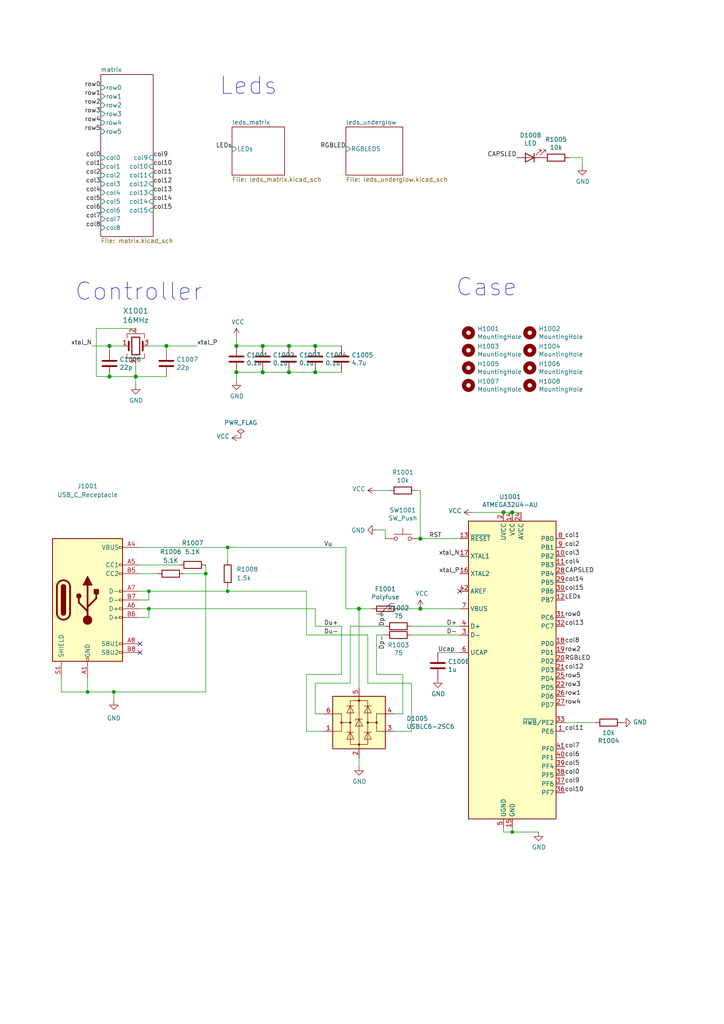
<source format=kicad_sch>
(kicad_sch (version 20211123) (generator eeschema)
  (paper "A4" portrait)
  (title_block (title "ValKey") (date "2019-08-16") (rev "0.2"))
  (lib_symbols
    (symbol "Connector:USB_C_Receptacle_USB2.0" (pin_names (offset 1.016))
      (property "Reference" "J" (at -10.16 19.05 0))
      (property "Value" "USB_C_Receptacle_USB2.0" (at 19.05 19.05 0))
      (symbol "USB_C_Receptacle_USB2.0_0_0"
        (rectangle (start -0.254 -17.78) (end 0.254 -16.764))
        (rectangle (start 10.16 -14.986) (end 9.144 -15.494))
        (rectangle (start 10.16 -12.446) (end 9.144 -12.954))
        (rectangle (start 10.16 -4.826) (end 9.144 -5.334))
        (rectangle (start 10.16 -2.286) (end 9.144 -2.794))
        (rectangle (start 10.16 0.254) (end 9.144 -0.254))
        (rectangle (start 10.16 2.794) (end 9.144 2.286))
        (rectangle (start 10.16 7.874) (end 9.144 7.366))
        (rectangle (start 10.16 10.414) (end 9.144 9.906))
        (rectangle (start 10.16 15.494) (end 9.144 14.986))
      )
      (symbol "USB_C_Receptacle_USB2.0_0_1"
        (rectangle (start -10.16 17.78) (end 10.16 -17.78) (stroke (width 0.254)) (fill (type background)))
        (arc (start -8.89 -3.81) (mid -6.985 -5.715) (end -5.08 -3.81) (stroke (width 0.508)))
        (arc (start -7.62 -3.81) (mid -6.985 -4.445) (end -6.35 -3.81) (stroke (width 0.254)))
        (arc (start -7.62 -3.81) (mid -6.985 -4.445) (end -6.35 -3.81) (stroke (width 0.254)) (fill (type outline)))
        (rectangle (start -7.62 -3.81) (end -6.35 3.81) (stroke (width 0.254)) (fill (type outline)))
        (arc (start -6.35 3.81) (mid -6.985 4.445) (end -7.62 3.81) (stroke (width 0.254)))
        (arc (start -6.35 3.81) (mid -6.985 4.445) (end -7.62 3.81) (stroke (width 0.254)) (fill (type outline)))
        (arc (start -5.08 3.81) (mid -6.985 5.715) (end -8.89 3.81) (stroke (width 0.508)))
        (circle (center -2.54 1.143) (radius 0.635) (stroke (width 0.254)) (fill (type outline)))
        (circle (center 0 -5.842) (radius 1.27) (fill (type outline)))
        (polyline (pts (xy -8.89 -3.81) (xy -8.89 3.81)) (stroke (width 0.508)))
        (polyline (pts (xy -5.08 3.81) (xy -5.08 -3.81)) (stroke (width 0.508)))
        (polyline (pts (xy 0 -5.842) (xy 0 4.318)) (stroke (width 0.508)))
        (polyline (pts (xy 0 -3.302) (xy -2.54 -0.762) (xy -2.54 0.508)) (stroke (width 0.508)))
        (polyline (pts (xy 0 -2.032) (xy 2.54 0.508) (xy 2.54 1.778)) (stroke (width 0.508)))
        (polyline (pts (xy -1.27 4.318) (xy 0 6.858) (xy 1.27 4.318) (xy -1.27 4.318)) (stroke (width 0.254)) (fill (type outline)))
        (rectangle (start 1.905 1.778) (end 3.175 3.048) (stroke (width 0.254)) (fill (type outline)))
      )
      (symbol "USB_C_Receptacle_USB2.0_1_1"
        (pin passive line (at 0 -22.86 90) (length 5.08) (name "GND") (number "A1"))
        (pin passive line (at 0 -22.86 90) (length 5.08) hide (name "GND") (number "A12"))
        (pin passive line (at 15.24 15.24 180) (length 5.08) (name "VBUS") (number "A4"))
        (pin bidirectional line (at 15.24 10.16 180) (length 5.08) (name "CC1") (number "A5"))
        (pin bidirectional line (at 15.24 -2.54 180) (length 5.08) (name "D+") (number "A6"))
        (pin bidirectional line (at 15.24 2.54 180) (length 5.08) (name "D-") (number "A7"))
        (pin bidirectional line (at 15.24 -12.7 180) (length 5.08) (name "SBU1") (number "A8"))
        (pin passive line (at 15.24 15.24 180) (length 5.08) hide (name "VBUS") (number "A9"))
        (pin passive line (at 0 -22.86 90) (length 5.08) hide (name "GND") (number "B1"))
        (pin passive line (at 0 -22.86 90) (length 5.08) hide (name "GND") (number "B12"))
        (pin passive line (at 15.24 15.24 180) (length 5.08) hide (name "VBUS") (number "B4"))
        (pin bidirectional line (at 15.24 7.62 180) (length 5.08) (name "CC2") (number "B5"))
        (pin bidirectional line (at 15.24 -5.08 180) (length 5.08) (name "D+") (number "B6"))
        (pin bidirectional line (at 15.24 0 180) (length 5.08) (name "D-") (number "B7"))
        (pin bidirectional line (at 15.24 -15.24 180) (length 5.08) (name "SBU2") (number "B8"))
        (pin passive line (at 15.24 15.24 180) (length 5.08) hide (name "VBUS") (number "B9"))
        (pin passive line (at -7.62 -22.86 90) (length 5.08) (name "SHIELD") (number "S1"))
      )
    )
    (symbol "Device:C" (pin_numbers hide) (pin_names (offset 0.254))
      (property "Reference" "C" (at 0.635 2.54 0))
      (property "Value" "C" (at 0.635 -2.54 0))
      (symbol "C_0_1"
        (polyline (pts (xy -2.032 -0.762) (xy 2.032 -0.762)) (stroke (width 0.508)))
        (polyline (pts (xy -2.032 0.762) (xy 2.032 0.762)) (stroke (width 0.508)))
      )
      (symbol "C_1_1"
        (pin passive line (at 0 3.81 270) (length 2.794) (name "~") (number "1"))
        (pin passive line (at 0 -3.81 90) (length 2.794) (name "~") (number "2"))
      )
    )
    (symbol "Device:Crystal_GND24" (pin_names (offset 1.016) hide)
      (property "Reference" "Y" (at 3.175 5.08 0))
      (property "Value" "Crystal_GND24" (at 3.175 3.175 0))
      (symbol "Crystal_GND24_0_1"
        (rectangle (start -1.143 2.54) (end 1.143 -2.54) (stroke (width 0.3048)))
        (polyline (pts (xy -2.54 0) (xy -2.032 0)))
        (polyline (pts (xy -2.032 -1.27) (xy -2.032 1.27)) (stroke (width 0.508)))
        (polyline (pts (xy 0 -3.81) (xy 0 -3.556)))
        (polyline (pts (xy 0 3.556) (xy 0 3.81)))
        (polyline (pts (xy 2.032 -1.27) (xy 2.032 1.27)) (stroke (width 0.508)))
        (polyline (pts (xy 2.032 0) (xy 2.54 0)))
        (polyline (pts (xy -2.54 -2.286) (xy -2.54 -3.556) (xy 2.54 -3.556) (xy 2.54 -2.286)))
        (polyline (pts (xy -2.54 2.286) (xy -2.54 3.556) (xy 2.54 3.556) (xy 2.54 2.286)))
      )
      (symbol "Crystal_GND24_1_1"
        (pin passive line (at -3.81 0 0) (length 1.27) (name "1") (number "1"))
        (pin passive line (at 0 5.08 270) (length 1.27) (name "2") (number "2"))
        (pin passive line (at 3.81 0 180) (length 1.27) (name "3") (number "3"))
        (pin passive line (at 0 -5.08 90) (length 1.27) (name "4") (number "4"))
      )
    )
    (symbol "Device:LED" (pin_numbers hide) (pin_names (offset 1.016) hide)
      (property "Reference" "D" (at 0 2.54 0))
      (property "Value" "LED" (at 0 -2.54 0))
      (symbol "LED_0_1"
        (polyline (pts (xy -1.27 -1.27) (xy -1.27 1.27)) (stroke (width 0.254)))
        (polyline (pts (xy -1.27 0) (xy 1.27 0)))
        (polyline (pts (xy 1.27 -1.27) (xy 1.27 1.27) (xy -1.27 0) (xy 1.27 -1.27)) (stroke (width 0.254)))
        (polyline (pts (xy -3.048 -0.762) (xy -4.572 -2.286) (xy -3.81 -2.286) (xy -4.572 -2.286) (xy -4.572 -1.524)))
        (polyline (pts (xy -1.778 -0.762) (xy -3.302 -2.286) (xy -2.54 -2.286) (xy -3.302 -2.286) (xy -3.302 -1.524)))
      )
      (symbol "LED_1_1"
        (pin passive line (at -3.81 0 0) (length 2.54) (name "K") (number "1"))
        (pin passive line (at 3.81 0 180) (length 2.54) (name "A") (number "2"))
      )
    )
    (symbol "Device:Polyfuse" (pin_numbers hide) (pin_names (offset 0))
      (property "Reference" "F" (at -2.54 0 90))
      (property "Value" "Polyfuse" (at 2.54 0 90))
      (symbol "Polyfuse_0_1"
        (rectangle (start -0.762 2.54) (end 0.762 -2.54) (stroke (width 0.254)))
        (polyline (pts (xy 0 2.54) (xy 0 -2.54)))
        (polyline (pts (xy -1.524 2.54) (xy -1.524 1.524) (xy 1.524 -1.524) (xy 1.524 -2.54)))
      )
      (symbol "Polyfuse_1_1"
        (pin passive line (at 0 3.81 270) (length 1.27) (name "~") (number "1"))
        (pin passive line (at 0 -3.81 90) (length 1.27) (name "~") (number "2"))
      )
    )
    (symbol "Device:R" (pin_numbers hide) (pin_names (offset 0))
      (property "Reference" "R" (at 2.032 0 90))
      (property "Value" "R" (at 0 0 90))
      (symbol "R_0_1"
        (rectangle (start -1.016 -2.54) (end 1.016 2.54) (stroke (width 0.254)))
      )
      (symbol "R_1_1"
        (pin passive line (at 0 3.81 270) (length 1.27) (name "~") (number "1"))
        (pin passive line (at 0 -3.81 90) (length 1.27) (name "~") (number "2"))
      )
    )
    (symbol "MCU_Microchip_ATmega:ATmega32U4-A"
      (property "Reference" "U" (at -12.7 44.45 0))
      (property "Value" "ATmega32U4-A" (at 2.54 -44.45 0))
      (symbol "ATmega32U4-A_0_1"
        (rectangle (start -12.7 -43.18) (end 12.7 43.18) (stroke (width 0.254)) (fill (type background)))
      )
      (symbol "ATmega32U4-A_1_1"
        (pin bidirectional line (at 15.24 -17.78 180) (length 2.54) (name "PE6") (number "1"))
        (pin bidirectional line (at 15.24 33.02 180) (length 2.54) (name "PB2") (number "10"))
        (pin bidirectional line (at 15.24 30.48 180) (length 2.54) (name "PB3") (number "11"))
        (pin bidirectional line (at 15.24 20.32 180) (length 2.54) (name "PB7") (number "12"))
        (pin input line (at -15.24 38.1 0) (length 2.54) (name "~{RESET}") (number "13"))
        (pin power_in line (at 0 45.72 270) (length 2.54) (name "VCC") (number "14"))
        (pin power_in line (at 0 -45.72 90) (length 2.54) (name "GND") (number "15"))
        (pin output line (at -15.24 27.94 0) (length 2.54) (name "XTAL2") (number "16"))
        (pin input line (at -15.24 33.02 0) (length 2.54) (name "XTAL1") (number "17"))
        (pin bidirectional line (at 15.24 7.62 180) (length 2.54) (name "PD0") (number "18"))
        (pin bidirectional line (at 15.24 5.08 180) (length 2.54) (name "PD1") (number "19"))
        (pin power_in line (at -2.54 45.72 270) (length 2.54) (name "UVCC") (number "2"))
        (pin bidirectional line (at 15.24 2.54 180) (length 2.54) (name "PD2") (number "20"))
        (pin bidirectional line (at 15.24 0 180) (length 2.54) (name "PD3") (number "21"))
        (pin bidirectional line (at 15.24 -5.08 180) (length 2.54) (name "PD5") (number "22"))
        (pin passive line (at 0 -45.72 90) (length 2.54) hide (name "GND") (number "23"))
        (pin power_in line (at 2.54 45.72 270) (length 2.54) (name "AVCC") (number "24"))
        (pin bidirectional line (at 15.24 -2.54 180) (length 2.54) (name "PD4") (number "25"))
        (pin bidirectional line (at 15.24 -7.62 180) (length 2.54) (name "PD6") (number "26"))
        (pin bidirectional line (at 15.24 -10.16 180) (length 2.54) (name "PD7") (number "27"))
        (pin bidirectional line (at 15.24 27.94 180) (length 2.54) (name "PB4") (number "28"))
        (pin bidirectional line (at 15.24 25.4 180) (length 2.54) (name "PB5") (number "29"))
        (pin bidirectional line (at -15.24 10.16 0) (length 2.54) (name "D-") (number "3"))
        (pin bidirectional line (at 15.24 22.86 180) (length 2.54) (name "PB6") (number "30"))
        (pin bidirectional line (at 15.24 15.24 180) (length 2.54) (name "PC6") (number "31"))
        (pin bidirectional line (at 15.24 12.7 180) (length 2.54) (name "PC7") (number "32"))
        (pin bidirectional line (at 15.24 -15.24 180) (length 2.54) (name "~{HWB}/PE2") (number "33"))
        (pin passive line (at 0 45.72 270) (length 2.54) hide (name "VCC") (number "34"))
        (pin passive line (at 0 -45.72 90) (length 2.54) hide (name "GND") (number "35"))
        (pin bidirectional line (at 15.24 -35.56 180) (length 2.54) (name "PF7") (number "36"))
        (pin bidirectional line (at 15.24 -33.02 180) (length 2.54) (name "PF6") (number "37"))
        (pin bidirectional line (at 15.24 -30.48 180) (length 2.54) (name "PF5") (number "38"))
        (pin bidirectional line (at 15.24 -27.94 180) (length 2.54) (name "PF4") (number "39"))
        (pin bidirectional line (at -15.24 12.7 0) (length 2.54) (name "D+") (number "4"))
        (pin bidirectional line (at 15.24 -25.4 180) (length 2.54) (name "PF1") (number "40"))
        (pin bidirectional line (at 15.24 -22.86 180) (length 2.54) (name "PF0") (number "41"))
        (pin passive line (at -15.24 22.86 0) (length 2.54) (name "AREF") (number "42"))
        (pin passive line (at 0 -45.72 90) (length 2.54) hide (name "GND") (number "43"))
        (pin passive line (at 2.54 45.72 270) (length 2.54) hide (name "AVCC") (number "44"))
        (pin passive line (at -2.54 -45.72 90) (length 2.54) (name "UGND") (number "5"))
        (pin passive line (at -15.24 5.08 0) (length 2.54) (name "UCAP") (number "6"))
        (pin input line (at -15.24 17.78 0) (length 2.54) (name "VBUS") (number "7"))
        (pin bidirectional line (at 15.24 38.1 180) (length 2.54) (name "PB0") (number "8"))
        (pin bidirectional line (at 15.24 35.56 180) (length 2.54) (name "PB1") (number "9"))
      )
    )
    (symbol "Mechanical:MountingHole" (pin_names (offset 1.016))
      (property "Reference" "H" (at 0 5.08 0))
      (property "Value" "MountingHole" (at 0 3.175 0))
      (symbol "MountingHole_0_1"
        (circle (center 0 0) (radius 1.27) (stroke (width 1.27)))
      )
    )
    (symbol "Power_Protection:USBLC6-2SC6" (pin_names hide)
      (property "Reference" "U" (at 2.54 8.89 0))
      (property "Value" "USBLC6-2SC6" (at 2.54 -8.89 0))
      (symbol "USBLC6-2SC6_0_1"
        (rectangle (start -7.62 -7.62) (end 7.62 7.62) (stroke (width 0.254)) (fill (type background)))
        (circle (center -5.08 0) (radius 0.254) (fill (type outline)))
        (circle (center -2.54 0) (radius 0.254) (fill (type outline)))
        (rectangle (start -2.54 6.35) (end 2.54 -6.35))
        (circle (center 0 -6.35) (radius 0.254) (fill (type outline)))
        (polyline (pts (xy -5.08 -2.54) (xy -7.62 -2.54)))
        (polyline (pts (xy -5.08 0) (xy -5.08 -2.54)))
        (polyline (pts (xy -5.08 2.54) (xy -7.62 2.54)))
        (polyline (pts (xy -1.524 -2.794) (xy -3.556 -2.794)))
        (polyline (pts (xy -1.524 4.826) (xy -3.556 4.826)))
        (polyline (pts (xy 0 -7.62) (xy 0 -6.35)))
        (polyline (pts (xy 0 -6.35) (xy 0 1.27)))
        (polyline (pts (xy 0 1.27) (xy 0 6.35)))
        (polyline (pts (xy 0 6.35) (xy 0 7.62)))
        (polyline (pts (xy 1.524 -2.794) (xy 3.556 -2.794)))
        (polyline (pts (xy 1.524 4.826) (xy 3.556 4.826)))
        (polyline (pts (xy 5.08 -2.54) (xy 7.62 -2.54)))
        (polyline (pts (xy 5.08 0) (xy 5.08 -2.54)))
        (polyline (pts (xy 5.08 2.54) (xy 7.62 2.54)))
        (polyline (pts (xy -2.54 0) (xy -5.08 0) (xy -5.08 2.54)))
        (polyline (pts (xy 2.54 0) (xy 5.08 0) (xy 5.08 2.54)))
        (polyline (pts (xy -3.556 -4.826) (xy -1.524 -4.826) (xy -2.54 -2.794) (xy -3.556 -4.826)))
        (polyline (pts (xy -3.556 2.794) (xy -1.524 2.794) (xy -2.54 4.826) (xy -3.556 2.794)))
        (polyline (pts (xy -1.016 -1.016) (xy 1.016 -1.016) (xy 0 1.016) (xy -1.016 -1.016)))
        (polyline (pts (xy 1.016 1.016) (xy 0.762 1.016) (xy -1.016 1.016) (xy -1.016 0.508)))
        (polyline (pts (xy 3.556 -4.826) (xy 1.524 -4.826) (xy 2.54 -2.794) (xy 3.556 -4.826)))
        (polyline (pts (xy 3.556 2.794) (xy 1.524 2.794) (xy 2.54 4.826) (xy 3.556 2.794)))
        (circle (center 0 6.35) (radius 0.254) (fill (type outline)))
        (circle (center 2.54 0) (radius 0.254) (fill (type outline)))
        (circle (center 5.08 0) (radius 0.254) (fill (type outline)))
      )
      (symbol "USBLC6-2SC6_1_1"
        (pin passive line (at -10.16 -2.54 0) (length 2.54) (name "I/O1") (number "1"))
        (pin passive line (at 0 -10.16 90) (length 2.54) (name "GND") (number "2"))
        (pin passive line (at 10.16 -2.54 180) (length 2.54) (name "I/O2") (number "3"))
        (pin passive line (at 10.16 2.54 180) (length 2.54) (name "I/O2") (number "4"))
        (pin passive line (at 0 10.16 270) (length 2.54) (name "VBUS") (number "5"))
        (pin passive line (at -10.16 2.54 0) (length 2.54) (name "I/O1") (number "6"))
      )
    )
    (symbol "Switch:SW_Push" (pin_numbers hide) (pin_names (offset 1.016) hide)
      (property "Reference" "SW" (at 1.27 2.54 0))
      (property "Value" "SW_Push" (at 0 -1.524 0))
      (symbol "SW_Push_0_1"
        (circle (center -2.032 0) (radius 0.508))
        (polyline (pts (xy 0 1.27) (xy 0 3.048)))
        (polyline (pts (xy 2.54 1.27) (xy -2.54 1.27)))
        (circle (center 2.032 0) (radius 0.508))
        (pin passive line (at -5.08 0 0) (length 2.54) (name "1") (number "1"))
        (pin passive line (at 5.08 0 180) (length 2.54) (name "2") (number "2"))
      )
    )
    (symbol "power:GND" (power) (pin_names (offset 0))
      (property "Value" "GND" (at 0 -3.81 0))
      (symbol "GND_0_1"
        (polyline (pts (xy 0 0) (xy 0 -1.27) (xy 1.27 -1.27) (xy 0 -2.54) (xy -1.27 -1.27) (xy 0 -1.27)))
      )
      (symbol "GND_1_1"
        (pin power_in line (at 0 0 270) (length 0) hide (name "GND") (number "1"))
      )
    )
    (symbol "power:PWR_FLAG" (power) (pin_numbers hide) (pin_names (offset 0) hide)
      (property "Value" "PWR_FLAG" (at 0 3.81 0))
      (symbol "PWR_FLAG_0_0"
        (pin power_out line (at 0 0 90) (length 0) (name "pwr") (number "1"))
      )
      (symbol "PWR_FLAG_0_1"
        (polyline (pts (xy 0 0) (xy 0 1.27) (xy -1.016 1.905) (xy 0 2.54) (xy 1.016 1.905) (xy 0 1.27)))
      )
    )
    (symbol "power:VCC" (power) (pin_names (offset 0))
      (property "Value" "VCC" (at 0 3.81 0))
      (symbol "VCC_0_1"
        (polyline (pts (xy -0.762 1.27) (xy 0 2.54)))
        (polyline (pts (xy 0 0) (xy 0 2.54)))
        (polyline (pts (xy 0 2.54) (xy 0.762 1.27)))
      )
      (symbol "VCC_1_1"
        (pin power_in line (at 0 0 90) (length 0) hide (name "VCC") (number "1"))
      )
    )
  )
  (junction (at 148.59 241.3))
  (junction (at 39.37 109.22) (diameter 1.016))
  (junction (at 146.05 148.59) (diameter 1.016))
  (junction (at 148.59 148.59) (diameter 1.016))
  (junction (at 66.04 158.75))
  (junction (at 76.2 107.95) (diameter 1.016))
  (junction (at 31.75 100.33) (diameter 1.016))
  (junction (at 43.18 171.45))
  (junction (at 59.69 166.37))
  (junction (at 83.82 107.95) (diameter 1.016))
  (junction (at 121.92 156.21) (diameter 1.016))
  (junction (at 83.82 100.33) (diameter 1.016))
  (junction (at 76.2 100.33) (diameter 1.016))
  (junction (at 91.44 107.95) (diameter 1.016))
  (junction (at 121.92 176.53) (diameter 1.016))
  (junction (at 66.04 171.45))
  (junction (at 31.75 109.22) (diameter 1.016))
  (junction (at 68.58 100.33) (diameter 1.016))
  (junction (at 48.26 100.33) (diameter 1.016))
  (junction (at 33.02 200.66))
  (junction (at 25.4 200.66))
  (junction (at 43.18 176.53))
  (junction (at 91.44 100.33) (diameter 1.016))
  (junction (at 104.14 176.53) (diameter 1.016))
  (junction (at 68.58 107.95) (diameter 1.016))
  (no_connect (at 40.64 186.69))
  (no_connect (at 40.64 189.23))
  (no_connect (at 133.35 171.45))
  (wire (pts (xy 76.2 100.33) (xy 83.82 100.33)))
  (wire (pts (xy 148.59 241.3) (xy 146.05 241.3)))
  (wire (pts (xy 91.44 207.01) (xy 91.44 198.12)))
  (wire (pts (xy 114.3 207.01) (xy 116.84 207.01)))
  (wire (pts (xy 40.64 163.83) (xy 52.07 163.83)))
  (wire (pts (xy 91.44 207.01) (xy 93.98 207.01)))
  (wire (pts (xy 43.18 179.07) (xy 43.18 176.53)))
  (wire (pts (xy 76.2 107.95) (xy 68.58 107.95)))
  (wire (pts (xy 17.78 196.85) (xy 17.78 200.66)))
  (wire (pts (xy 91.44 100.33) (xy 99.06 100.33)))
  (wire (pts (xy 146.05 241.3) (xy 146.05 240.03)))
  (wire (pts (xy 40.64 166.37) (xy 45.72 166.37)))
  (wire (pts (xy 109.22 195.58) (xy 116.84 195.58)))
  (wire (pts (xy 68.58 107.95) (xy 68.58 110.49)))
  (wire (pts (xy 40.64 158.75) (xy 66.04 158.75)))
  (wire (pts (xy 121.92 156.21) (xy 133.35 156.21)))
  (wire (pts (xy 39.37 109.22) (xy 39.37 111.76)))
  (wire (pts (xy 101.6 181.61) (xy 111.76 181.61)))
  (wire (pts (xy 40.64 171.45) (xy 43.18 171.45)))
  (wire (pts (xy 104.14 176.53) (xy 104.14 199.39)))
  (wire (pts (xy 119.38 184.15) (xy 133.35 184.15)))
  (wire (pts (xy 33.02 200.66) (xy 59.69 200.66)))
  (wire (pts (xy 106.68 198.12) (xy 119.38 198.12)))
  (wire (pts (xy 88.9 184.15) (xy 106.68 184.15)))
  (wire (pts (xy 66.04 171.45) (xy 88.9 171.45)))
  (wire (pts (xy 120.65 142.24) (xy 121.92 142.24)))
  (wire (pts (xy 40.64 173.99) (xy 43.18 173.99)))
  (wire (pts (xy 25.4 200.66) (xy 33.02 200.66)))
  (wire (pts (xy 83.82 107.95) (xy 76.2 107.95)))
  (wire (pts (xy 91.44 198.12) (xy 101.6 198.12)))
  (wire (pts (xy 43.18 100.33) (xy 48.26 100.33)))
  (wire (pts (xy 88.9 171.45) (xy 88.9 184.15)))
  (wire (pts (xy 163.83 209.55) (xy 172.72 209.55)))
  (wire (pts (xy 114.3 212.09) (xy 119.38 212.09)))
  (wire (pts (xy 100.33 158.75) (xy 100.33 176.53)))
  (wire (pts (xy 91.44 176.53) (xy 91.44 181.61)))
  (wire (pts (xy 48.26 100.33) (xy 48.26 101.6)))
  (wire (pts (xy 121.92 176.53) (xy 133.35 176.53)))
  (wire (pts (xy 66.04 158.75) (xy 100.33 158.75)))
  (wire (pts (xy 83.82 100.33) (xy 91.44 100.33)))
  (wire (pts (xy 68.58 97.79) (xy 68.58 100.33)))
  (wire (pts (xy 99.06 107.95) (xy 91.44 107.95)))
  (wire (pts (xy 165.1 45.72) (xy 168.91 45.72)))
  (wire (pts (xy 109.22 195.58) (xy 109.22 184.15)))
  (wire (pts (xy 43.18 173.99) (xy 43.18 171.45)))
  (wire (pts (xy 17.78 200.66) (xy 25.4 200.66)))
  (wire (pts (xy 119.38 198.12) (xy 119.38 212.09)))
  (wire (pts (xy 99.06 195.58) (xy 88.9 195.58)))
  (wire (pts (xy 68.58 100.33) (xy 76.2 100.33)))
  (wire (pts (xy 156.21 241.3) (xy 148.59 241.3)))
  (wire (pts (xy 121.92 142.24) (xy 121.92 156.21)))
  (wire (pts (xy 31.75 100.33) (xy 26.67 100.33)))
  (wire (pts (xy 66.04 158.75) (xy 66.04 162.56)))
  (wire (pts (xy 127 189.23) (xy 133.35 189.23)))
  (wire (pts (xy 91.44 107.95) (xy 83.82 107.95)))
  (wire (pts (xy 100.33 176.53) (xy 104.14 176.53)))
  (wire (pts (xy 106.68 198.12) (xy 106.68 184.15)))
  (wire (pts (xy 148.59 241.3) (xy 148.59 240.03)))
  (wire (pts (xy 168.91 45.72) (xy 168.91 48.26)))
  (wire (pts (xy 27.94 95.25) (xy 27.94 109.22)))
  (wire (pts (xy 111.76 156.21) (xy 111.76 153.67)))
  (wire (pts (xy 88.9 195.58) (xy 88.9 212.09)))
  (wire (pts (xy 116.84 207.01) (xy 116.84 195.58)))
  (wire (pts (xy 39.37 109.22) (xy 48.26 109.22)))
  (wire (pts (xy 40.64 176.53) (xy 43.18 176.53)))
  (wire (pts (xy 66.04 170.18) (xy 66.04 171.45)))
  (wire (pts (xy 48.26 100.33) (xy 57.15 100.33)))
  (wire (pts (xy 39.37 109.22) (xy 31.75 109.22)))
  (wire (pts (xy 53.34 166.37) (xy 59.69 166.37)))
  (wire (pts (xy 99.06 181.61) (xy 99.06 195.58)))
  (wire (pts (xy 59.69 166.37) (xy 59.69 200.66)))
  (wire (pts (xy 91.44 181.61) (xy 99.06 181.61)))
  (wire (pts (xy 59.69 163.83) (xy 59.69 166.37)))
  (wire (pts (xy 104.14 176.53) (xy 107.95 176.53)))
  (wire (pts (xy 39.37 95.25) (xy 27.94 95.25)))
  (wire (pts (xy 115.57 176.53) (xy 121.92 176.53)))
  (wire (pts (xy 43.18 171.45) (xy 66.04 171.45)))
  (wire (pts (xy 40.64 179.07) (xy 43.18 179.07)))
  (wire (pts (xy 25.4 200.66) (xy 25.4 196.85)))
  (wire (pts (xy 27.94 109.22) (xy 31.75 109.22)))
  (wire (pts (xy 33.02 200.66) (xy 33.02 203.2)))
  (wire (pts (xy 109.22 184.15) (xy 111.76 184.15)))
  (wire (pts (xy 137.16 148.59) (xy 146.05 148.59)))
  (wire (pts (xy 146.05 148.59) (xy 148.59 148.59)))
  (wire (pts (xy 148.59 148.59) (xy 151.13 148.59)))
  (wire (pts (xy 43.18 176.53) (xy 91.44 176.53)))
  (wire (pts (xy 39.37 105.41) (xy 39.37 109.22)))
  (wire (pts (xy 31.75 100.33) (xy 35.56 100.33)))
  (wire (pts (xy 109.22 142.24) (xy 113.03 142.24)))
  (wire (pts (xy 104.14 219.71) (xy 104.14 222.25)))
  (wire (pts (xy 101.6 181.61) (xy 101.6 198.12)))
  (wire (pts (xy 111.76 153.67) (xy 109.22 153.67)))
  (wire (pts (xy 31.75 100.33) (xy 31.75 101.6)))
  (wire (pts (xy 88.9 212.09) (xy 93.98 212.09)))
  (wire (pts (xy 119.38 181.61) (xy 133.35 181.61)))
  (text "Controller" (at 21.59 87.63 0) (effects (font (size 5.0038 5.0038)) (justify left bottom)))
  (text "Leds\n" (at 63.5 27.94 0) (effects (font (size 5.0038 5.0038)) (justify left bottom)))
  (text "Case" (at 132.08 86.36 0) (effects (font (size 5.0038 5.0038)) (justify left bottom)))
  (label "row0" (at 29.21 25.4 180))
  (label "col10" (at 44.45 48.26 0))
  (label "Du-" (at 93.98 184.15 0))
  (label "col2" (at 29.21 50.8 180))
  (label "CAPSLED" (at 163.83 166.37 0))
  (label "col15" (at 163.83 171.45 0))
  (label "row3" (at 29.21 33.02 180))
  (label "LEDs" (at 67.31 43.18 180))
  (label "row4" (at 163.83 204.47 0))
  (label "col0" (at 163.83 224.79 0))
  (label "col0" (at 29.21 45.72 180))
  (label "col6" (at 163.83 219.71 0))
  (label "LEDs" (at 163.83 173.99 0))
  (label "Ucap" (at 127 189.23 0))
  (label "col7" (at 163.83 217.17 0))
  (label "row2" (at 163.83 189.23 0))
  (label "Du+" (at 93.98 181.61 0))
  (label "row0" (at 163.83 179.07 0))
  (label "col13" (at 163.83 181.61 0))
  (label "col12" (at 44.45 53.34 0))
  (label "col5" (at 29.21 58.42 180))
  (label "col1" (at 163.83 156.21 0))
  (label "xtal_N" (at 133.35 161.29 180))
  (label "col15" (at 44.45 60.96 0))
  (label "col10" (at 163.83 229.87 0))
  (label "col11" (at 163.83 212.09 0))
  (label "Vu" (at 93.98 158.75 0))
  (label "D-" (at 129.54 184.15 0))
  (label "col9" (at 44.45 45.72 0))
  (label "col3" (at 29.21 53.34 180))
  (label "RGBLED" (at 163.83 191.77 0))
  (label "col12" (at 163.83 194.31 0))
  (label "row5" (at 29.21 38.1 180))
  (label "row2" (at 29.21 30.48 180))
  (label "col9" (at 163.83 227.33 0))
  (label "row1" (at 29.21 27.94 180))
  (label "col8" (at 29.21 66.04 180))
  (label "col8" (at 163.83 186.69 0))
  (label "col13" (at 44.45 55.88 0))
  (label "col11" (at 44.45 50.8 0))
  (label "row4" (at 29.21 35.56 180))
  (label "col14" (at 163.83 168.91 0))
  (label "col4" (at 163.83 163.83 0))
  (label "RST" (at 124.46 156.21 0))
  (label "Dp+" (at 111.76 181.61 90))
  (label "row3" (at 163.83 199.39 0))
  (label "row1" (at 163.83 201.93 0))
  (label "col4" (at 29.21 55.88 180))
  (label "RGBLED" (at 100.33 43.18 180))
  (label "D+" (at 129.54 181.61 0))
  (label "CAPSLED" (at 149.86 45.72 180))
  (label "col1" (at 29.21 48.26 180))
  (label "col3" (at 163.83 161.29 0))
  (label "col6" (at 29.21 60.96 180))
  (label "Dp-" (at 111.76 184.15 270))
  (label "col5" (at 163.83 222.25 0))
  (label "xtal_P" (at 57.15 100.33 0))
  (label "xtal_P" (at 133.35 166.37 180))
  (label "row5" (at 163.83 196.85 0))
  (label "xtal_N" (at 26.67 100.33 180))
  (label "col14" (at 44.45 58.42 0))
  (label "col7" (at 29.21 63.5 180))
  (label "col2" (at 163.83 158.75 0))
  (symbol (lib_id "MCU_Microchip_ATmega:ATmega32U4-A") (at 148.59 194.31 0) (unit 1)
    (property "Reference" "U1001" (at 147.955 144.0688 0))
    (property "Value" "ATMEGA32U4-AU" (at 147.955 146.3802 0))
    (property "Footprint" "Package_QFP:TQFP-44_10x10mm_P0.8mm" (effects hide))
    (property "Datasheet" "http://ww1.microchip.com/downloads/en/DeviceDoc/Atmel-7766-8-bit-AVR-ATmega16U4-32U4_Datasheet.pdf" (effects hide))
    (property "PartNr" "C44854" (effects hide))
  )
  (symbol (lib_id "power:VCC") (at 68.58 97.79 0) (unit 1)
    (property "Reference" "#PWR01001" (effects hide))
    (property "Value" "VCC" (at 69.0118 93.3958 0))
  )
  (symbol (lib_id "Device:Crystal_GND24") (at 39.37 100.33 0) (unit 1)
    (property "Reference" "X1001" (at 39.37 90.17 0) (effects (font (size 1.524 1.524))))
    (property "Value" "16MHz" (at 39.37 92.8624 0) (effects (font (size 1.524 1.524))))
    (property "Footprint" "Crystal:Crystal_SMD_3225-4Pin_3.2x2.5mm" (effects hide))
    (property "Datasheet" "https://datasheet.lcsc.com/szlcsc/Zhejiang-Abel-Elec-SMD-3225-4P16M12pf10ppm_C133336.pdf" (effects hide))
    (property "PartNr" "C133336" (effects hide))
  )
  (symbol (lib_id "Device:C") (at 48.26 105.41 0) (unit 1)
    (property "Reference" "C1007" (at 51.181 104.2416 0) (effects (justify left)))
    (property "Value" "22p" (at 51.181 106.553 0) (effects (justify left)))
    (property "Footprint" "Capacitor_SMD:C_0603_1608Metric" (effects hide))
  )
  (symbol (lib_id "Device:C") (at 31.75 105.41 0) (unit 1)
    (property "Reference" "C1006" (at 34.671 104.2416 0) (effects (justify left)))
    (property "Value" "22p" (at 34.671 106.553 0) (effects (justify left)))
    (property "Footprint" "Capacitor_SMD:C_0603_1608Metric" (effects hide))
  )
  (symbol (lib_id "Device:R") (at 115.57 181.61 270) (unit 1)
    (property "Reference" "R1002" (at 115.57 176.3522 90))
    (property "Value" "75" (at 115.57 178.6636 90))
    (property "Footprint" "Resistor_SMD:R_0603_1608Metric" (effects hide))
  )
  (symbol (lib_id "Device:R") (at 115.57 184.15 270) (unit 1)
    (property "Reference" "R1003" (at 115.57 187.071 90))
    (property "Value" "75" (at 115.57 189.3824 90))
    (property "Footprint" "Resistor_SMD:R_0603_1608Metric" (effects hide))
  )
  (symbol (lib_id "Device:C") (at 127 193.04 0) (unit 1)
    (property "Reference" "C1008" (at 129.921 191.8716 0) (effects (justify left)))
    (property "Value" "1u" (at 129.921 194.183 0) (effects (justify left)))
    (property "Footprint" "Capacitor_SMD:C_0603_1608Metric" (effects hide))
  )
  (symbol (lib_id "Device:R") (at 176.53 209.55 90) (unit 1)
    (property "Reference" "R1004" (at 176.53 214.8078 90))
    (property "Value" "10k" (at 176.53 212.4964 90))
    (property "Footprint" "Resistor_SMD:R_0603_1608Metric" (effects hide))
  )
  (symbol (lib_id "power:GND") (at 180.34 209.55 90) (unit 1)
    (property "Reference" "#PWR01012" (effects hide))
    (property "Value" "GND" (at 183.5912 209.423 90) (effects (justify right)))
  )
  (symbol (lib_id "power:GND") (at 68.58 110.49 0) (unit 1)
    (property "Reference" "#PWR01002" (effects hide))
    (property "Value" "GND" (at 68.707 114.8842 0))
  )
  (symbol (lib_id "Device:C") (at 68.58 104.14 0) (unit 1)
    (property "Reference" "C1001" (at 71.501 102.9716 0) (effects (justify left)))
    (property "Value" "0.1u" (at 71.501 105.283 0) (effects (justify left)))
    (property "Footprint" "Capacitor_SMD:C_0603_1608Metric" (effects hide))
  )
  (symbol (lib_id "Device:C") (at 76.2 104.14 0) (unit 1)
    (property "Reference" "C1002" (at 79.121 102.9716 0) (effects (justify left)))
    (property "Value" "0.1u" (at 79.121 105.283 0) (effects (justify left)))
    (property "Footprint" "Capacitor_SMD:C_0603_1608Metric" (effects hide))
  )
  (symbol (lib_id "Device:C") (at 83.82 104.14 0) (unit 1)
    (property "Reference" "C1003" (at 86.741 102.9716 0) (effects (justify left)))
    (property "Value" "0.1u" (at 86.741 105.283 0) (effects (justify left)))
    (property "Footprint" "Capacitor_SMD:C_0603_1608Metric" (effects hide))
  )
  (symbol (lib_id "Device:C") (at 91.44 104.14 0) (unit 1)
    (property "Reference" "C1004" (at 94.361 102.9716 0) (effects (justify left)))
    (property "Value" "0.1u" (at 94.361 105.283 0) (effects (justify left)))
    (property "Footprint" "Capacitor_SMD:C_0603_1608Metric" (effects hide))
  )
  (symbol (lib_id "Device:C") (at 99.06 104.14 0) (unit 1)
    (property "Reference" "C1005" (at 101.981 102.9716 0) (effects (justify left)))
    (property "Value" "4.7u" (at 101.981 105.283 0) (effects (justify left)))
    (property "Footprint" "Capacitor_SMD:C_0603_1608Metric" (effects hide))
  )
  (symbol (lib_id "power:VCC") (at 109.22 142.24 90) (unit 1)
    (property "Reference" "#PWR01005" (effects hide))
    (property "Value" "VCC" (at 105.9942 141.7828 90) (effects (justify left)))
  )
  (symbol (lib_id "power:GND") (at 109.22 153.67 270) (unit 1)
    (property "Reference" "#PWR01007" (effects hide))
    (property "Value" "GND" (at 105.9688 153.797 90) (effects (justify right)))
  )
  (symbol (lib_id "Switch:SW_Push") (at 116.84 156.21 0) (unit 1)
    (property "Reference" "SW1001" (at 116.84 147.955 0))
    (property "Value" "SW_Push" (at 116.84 150.2664 0))
    (property "Footprint" "Button_Switch_SMD:SW_SPST_SKQG_WithStem" (effects hide))
  )
  (symbol (lib_id "Device:R") (at 116.84 142.24 270) (unit 1)
    (property "Reference" "R1001" (at 116.84 136.9822 90))
    (property "Value" "10k" (at 116.84 139.2936 90))
    (property "Footprint" "Resistor_SMD:R_0603_1608Metric" (effects hide))
  )
  (symbol (lib_id "power:GND") (at 127 196.85 0) (unit 1)
    (property "Reference" "#PWR01011" (effects hide))
    (property "Value" "GND" (at 127.127 201.2442 0))
  )
  (symbol (lib_id "power:GND") (at 39.37 111.76 0) (unit 1)
    (property "Reference" "#PWR01003" (effects hide))
    (property "Value" "GND" (at 39.497 116.1542 0))
  )
  (symbol (lib_id "power:GND") (at 156.21 241.3 0) (unit 1)
    (property "Reference" "#PWR01015" (effects hide))
    (property "Value" "GND" (at 156.337 245.6942 0))
  )
  (symbol (lib_id "power:VCC") (at 137.16 148.59 90) (unit 1)
    (property "Reference" "#PWR01006" (effects hide))
    (property "Value" "VCC" (at 133.9342 148.1328 90) (effects (justify left)))
  )
  (symbol (lib_id "Power_Protection:USBLC6-2SC6") (at 104.14 209.55 0) (unit 1)
    (property "Reference" "D1005" (at 117.8814 208.3816 0) (effects (justify left)))
    (property "Value" "USBLC6-2SC6 " (at 117.8814 210.693 0) (effects (justify left)))
    (property "Footprint" "Package_TO_SOT_SMD:SOT-23-6" (effects hide))
    (property "Datasheet" "https://datasheet.lcsc.com/szlcsc/STMicroelectronics-USBLC6-2SC6_C7519.pdf" (effects hide))
    (property "PartNr" "C7519" (effects hide))
  )
  (symbol (lib_id "power:GND") (at 104.14 222.25 0) (unit 1)
    (property "Reference" "#PWR01014" (effects hide))
    (property "Value" "GND" (at 104.267 226.6442 0))
  )
  (symbol (lib_id "power:VCC") (at 121.92 176.53 0) (unit 1)
    (property "Reference" "#PWR01008" (effects hide))
    (property "Value" "VCC" (at 122.3518 172.1358 0))
  )
  (symbol (lib_id "power:PWR_FLAG") (at 69.85 127 0) (unit 1)
    (property "Reference" "#FLG01001" (effects hide))
    (property "Value" "PWR_FLAG" (at 69.85 122.5804 0))
  )
  (symbol (lib_id "power:VCC") (at 69.85 127 90) (unit 1)
    (property "Reference" "#PWR01004" (effects hide))
    (property "Value" "VCC" (at 66.6242 126.5428 90) (effects (justify left)))
  )
  (symbol (lib_id "Device:Polyfuse") (at 111.76 176.53 270) (unit 1)
    (property "Reference" "F1001" (at 111.76 170.815 90))
    (property "Value" "Polyfuse" (at 111.76 173.1264 90))
    (property "Footprint" "Resistor_SMD:R_0603_1608Metric" (effects hide))
    (property "Datasheet" "https://datasheet.lcsc.com/szlcsc/TLC-Electronic-TLC-PSMD050_C261942.pdf" (effects hide))
    (property "PartNr" "C261942" (effects hide))
  )
  (symbol (lib_id "Device:LED") (at 153.67 45.72 180) (unit 1)
    (property "Reference" "D1008" (at 153.8732 39.243 0))
    (property "Value" "LED" (at 153.8732 41.5544 0))
    (property "Footprint" "LED_SMD:LED_1206_3216Metric_Castellated" (effects hide))
    (property "Datasheet" "https://datasheet.lcsc.com/szlcsc/Hongli-Zhihui-HONGLITRONIC-HL-PC-3216H233W-6000-7000K_C219234.pdf" (effects hide))
    (property "PartNr" "C219234" (effects hide))
  )
  (symbol (lib_id "Device:R") (at 161.29 45.72 270) (unit 1)
    (property "Reference" "R1005" (at 161.29 40.4622 90))
    (property "Value" "10k" (at 161.29 42.7736 90))
    (property "Footprint" "Resistor_SMD:R_0603_1608Metric" (effects hide))
  )
  (symbol (lib_id "power:GND") (at 168.91 48.26 0) (unit 1)
    (property "Reference" "#PWR01016" (effects hide))
    (property "Value" "GND" (at 169.037 52.6542 0))
  )
  (symbol (lib_id "Mechanical:MountingHole") (at 135.89 96.52 0) (unit 1)
    (property "Reference" "H1001" (at 138.43 95.3516 0) (effects (justify left)))
    (property "Value" "MountingHole" (at 138.43 97.663 0) (effects (justify left)))
    (property "Footprint" "MountingHole:MountingHole_3.2mm_M3_DIN965" (effects hide))
  )
  (symbol (lib_id "Mechanical:MountingHole") (at 153.67 96.52 0) (unit 1)
    (property "Reference" "H1002" (at 156.21 95.3516 0) (effects (justify left)))
    (property "Value" "MountingHole" (at 156.21 97.663 0) (effects (justify left)))
    (property "Footprint" "MountingHole:MountingHole_3.2mm_M3_DIN965" (effects hide))
  )
  (symbol (lib_id "Mechanical:MountingHole") (at 135.89 101.6 0) (unit 1)
    (property "Reference" "H1003" (at 138.43 100.4316 0) (effects (justify left)))
    (property "Value" "MountingHole" (at 138.43 102.743 0) (effects (justify left)))
    (property "Footprint" "MountingHole:MountingHole_3.2mm_M3_DIN965" (effects hide))
  )
  (symbol (lib_id "Mechanical:MountingHole") (at 153.67 101.6 0) (unit 1)
    (property "Reference" "H1004" (at 156.21 100.4316 0) (effects (justify left)))
    (property "Value" "MountingHole" (at 156.21 102.743 0) (effects (justify left)))
    (property "Footprint" "MountingHole:MountingHole_3.2mm_M3_DIN965" (effects hide))
  )
  (symbol (lib_id "Mechanical:MountingHole") (at 135.89 106.68 0) (unit 1)
    (property "Reference" "H1005" (at 138.43 105.5116 0) (effects (justify left)))
    (property "Value" "MountingHole" (at 138.43 107.823 0) (effects (justify left)))
    (property "Footprint" "MountingHole:MountingHole_3.2mm_M3_DIN965" (effects hide))
  )
  (symbol (lib_id "Mechanical:MountingHole") (at 153.67 106.68 0) (unit 1)
    (property "Reference" "H1006" (at 156.21 105.5116 0) (effects (justify left)))
    (property "Value" "MountingHole" (at 156.21 107.823 0) (effects (justify left)))
    (property "Footprint" "MountingHole:MountingHole_3.2mm_M3_DIN965" (effects hide))
  )
  (symbol (lib_id "Mechanical:MountingHole") (at 135.89 111.76 0) (unit 1)
    (property "Reference" "H1007" (at 138.43 110.5916 0) (effects (justify left)))
    (property "Value" "MountingHole" (at 138.43 112.903 0) (effects (justify left)))
    (property "Footprint" "MountingHole:MountingHole_3.2mm_M3_DIN965" (effects hide))
  )
  (symbol (lib_id "Mechanical:MountingHole") (at 153.67 111.76 0) (unit 1)
    (property "Reference" "H1008" (at 156.21 110.5916 0) (effects (justify left)))
    (property "Value" "MountingHole" (at 156.21 112.903 0) (effects (justify left)))
    (property "Footprint" "MountingHole:MountingHole_3.2mm_M3_DIN965" (effects hide))
  )
  (symbol (lib_id "power:GND") (at 33.02 203.2 0) (unit 1)
    (property "Reference" "#PWR0101" (effects hide))
    (property "Value" "GND" (at 33.02 208.28 0))
  )
  (symbol (lib_id "Device:R") (at 66.04 166.37 0) (unit 1)
    (property "Reference" "R1008" (at 68.58 165.0999 0) (effects (justify left)))
    (property "Value" "1.5k" (at 68.58 167.6399 0) (effects (justify left)))
    (property "Footprint" "Resistor_SMD:R_0603_1608Metric" (effects hide))
  )
  (symbol (lib_id "Device:R") (at 55.88 163.83 90) (unit 1)
    (property "Reference" "R1007" (at 55.88 157.48 90))
    (property "Value" "5.1K" (at 55.88 160.02 90))
    (property "Footprint" "Resistor_SMD:R_0603_1608Metric" (effects hide))
  )
  (symbol (lib_id "Device:R") (at 49.53 166.37 270) (unit 1)
    (property "Reference" "R1006" (at 49.53 160.02 90))
    (property "Value" "5.1K" (at 49.53 162.56 90))
    (property "Footprint" "Resistor_SMD:R_0603_1608Metric" (effects hide))
  )
  (symbol (lib_id "Connector:USB_C_Receptacle_USB2.0") (at 25.4 173.99 0) (unit 1)
    (property "Reference" "J1001" (at 25.4 140.97 0))
    (property "Value" "USB_C_Receptacle" (at 25.4 143.51 0))
    (property "Footprint" "Connector_USB:USB_C_Receptacle_GCT_USB4085" (effects hide))
    (property "Datasheet" "https://www.usb.org/sites/default/files/documents/usb_type-c.zip" (effects hide))
  )
  (sheet (at 29.21 21.59) (size 15.24 46.99)
    (property "Sheet name" "matrix" (at 29.21 20.9543 0) (effects (justify left bottom)))
    (property "Sheet file" "matrix.kicad_sch" (at 29.21 69.0887 0) (effects (justify left top)))
    (pin "row0" input (at 29.21 25.4 180))
    (pin "row1" input (at 29.21 27.94 180))
    (pin "row2" input (at 29.21 30.48 180))
    (pin "row3" input (at 29.21 33.02 180))
    (pin "row4" input (at 29.21 35.56 180))
    (pin "row5" input (at 29.21 38.1 180))
    (pin "col0" input (at 29.21 45.72 180))
    (pin "col1" input (at 29.21 48.26 180))
    (pin "col2" input (at 29.21 50.8 180))
    (pin "col3" input (at 29.21 53.34 180))
    (pin "col4" input (at 29.21 55.88 180))
    (pin "col5" input (at 29.21 58.42 180))
    (pin "col6" input (at 29.21 60.96 180))
    (pin "col7" input (at 29.21 63.5 180))
    (pin "col8" input (at 29.21 66.04 180))
    (pin "col9" input (at 44.45 45.72 0))
    (pin "col10" input (at 44.45 48.26 0))
    (pin "col11" input (at 44.45 50.8 0))
    (pin "col12" input (at 44.45 53.34 0))
    (pin "col13" input (at 44.45 55.88 0))
    (pin "col14" input (at 44.45 58.42 0))
    (pin "col15" input (at 44.45 60.96 0))
  )
  (sheet (at 67.31 36.83) (size 15.24 13.97)
    (property "Sheet name" "leds_matrix" (at 67.31 36.1943 0) (effects (justify left bottom)))
    (property "Sheet file" "leds_matrix.kicad_sch" (at 67.31 51.3087 0) (effects (justify left top)))
    (pin "LEDs" input (at 67.31 43.18 180))
  )
  (sheet (at 100.33 36.83) (size 16.51 13.97)
    (property "Sheet name" "leds_underglow" (at 100.33 36.1943 0) (effects (justify left bottom)))
    (property "Sheet file" "leds_underglow.kicad_sch" (at 100.33 51.3087 0) (effects (justify left top)))
    (pin "RGBLEDS" input (at 100.33 43.18 180))
  )
)
</source>
